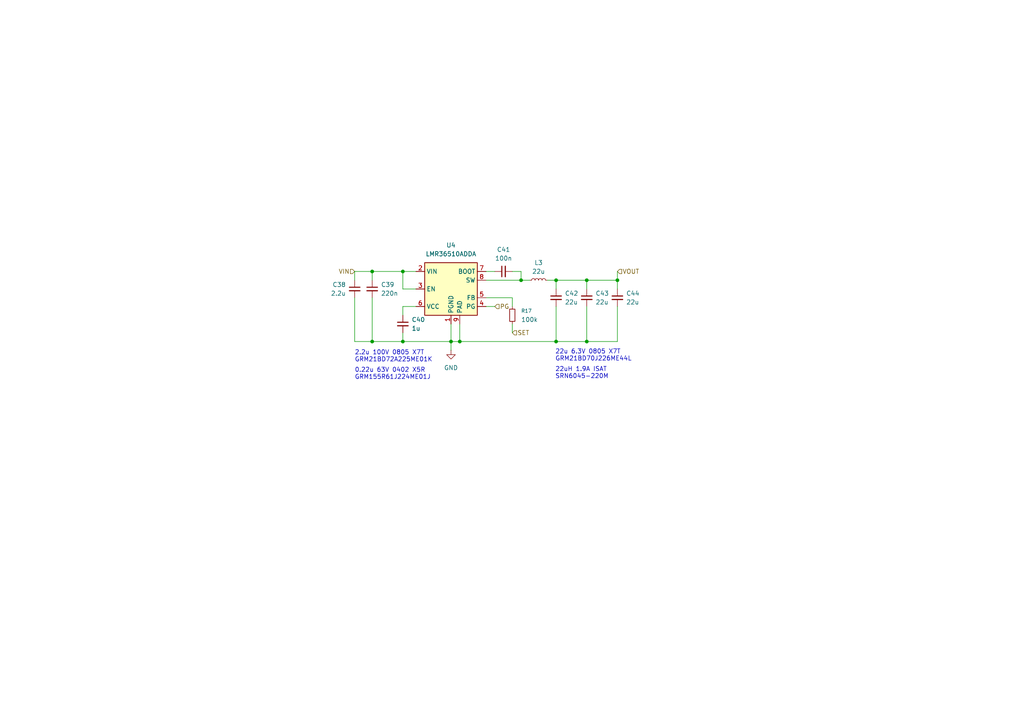
<source format=kicad_sch>
(kicad_sch (version 20250114) (generator "eeschema") (generator_version "9.0")
  (paper "A4")
  (lib_symbols
    (symbol "Device:C_Small" (pin_numbers (hide yes)) (pin_names (offset 0.254) (hide yes))
      (property "Reference" "C" (at 0.254 1.778 0))
      (property "Value" "C_Small" (at 0.254 -2.032 0))
      (symbol "C_Small_0_1"
        (polyline (pts (xy -1.524 0.508) (xy 1.524 0.508)) (stroke (width 0.3048)))
        (polyline (pts (xy -1.524 -0.508) (xy 1.524 -0.508)) (stroke (width 0.3302)))
      )
      (symbol "C_Small_1_1"
        (pin passive line (at 0 2.54 270) (length 2.032) (name "~") (number "1"))
        (pin passive line (at 0 -2.54 90) (length 2.032) (name "~") (number "2"))
      )
    )
    (symbol "Device:L_Small" (pin_numbers (hide yes)) (pin_names (offset 0.254) (hide yes))
      (property "Reference" "L" (at 0.762 1.016 0))
      (property "Value" "L_Small" (at 0.762 -1.016 0))
      (symbol "L_Small_0_1"
        (arc (start 0 2.032) (mid 0.5058 1.524) (end 0 1.016))
        (arc (start 0 1.016) (mid 0.5058 0.508) (end 0 0))
        (arc (start 0 0) (mid 0.5058 -0.508) (end 0 -1.016))
        (arc (start 0 -1.016) (mid 0.5058 -1.524) (end 0 -2.032))
      )
      (symbol "L_Small_1_1"
        (pin passive line (at 0 2.54 270) (length 0.508) (name "~") (number "1"))
        (pin passive line (at 0 -2.54 90) (length 0.508) (name "~") (number "2"))
      )
    )
    (symbol "Device:R_Small" (pin_numbers (hide yes)) (pin_names (offset 0.254) (hide yes))
      (property "Reference" "R" (at 0 0 90))
      (property "Value" "R_Small" (at 1.778 0 90))
      (symbol "R_Small_0_1"
        (rectangle (start -0.762 1.778) (end 0.762 -1.778) (stroke (width 0.2032)))
      )
      (symbol "R_Small_1_1"
        (pin passive line (at 0 2.54 270) (length 0.762) (name "~") (number "1"))
        (pin passive line (at 0 -2.54 90) (length 0.762) (name "~") (number "2"))
      )
    )
    (symbol "Regulator_Switching:LMR36510ADDA"
      (property "Reference" "U" (at 0 11.43 0))
      (property "Value" "LMR36510ADDA" (at 0 8.89 0))
      (symbol "LMR36510ADDA_0_1"
        (rectangle (start -7.62 7.62) (end 7.62 -7.62) (stroke (width 0.254)) (fill (type background)))
      )
      (symbol "LMR36510ADDA_1_1"
        (pin power_in line (at -10.16 5.08 0) (length 2.54) (name "VIN") (number "2"))
        (pin input line (at -10.16 0 0) (length 2.54) (name "EN") (number "3"))
        (pin power_out line (at -10.16 -5.08 0) (length 2.54) (name "VCC") (number "6"))
        (pin power_in line (at 0 -10.16 90) (length 2.54) (name "PGND") (number "1"))
        (pin power_in line (at 2.54 -10.16 90) (length 2.54) (name "PAD") (number "9"))
        (pin input line (at 10.16 5.08 180) (length 2.54) (name "BOOT") (number "7"))
        (pin output line (at 10.16 2.54 180) (length 2.54) (name "SW") (number "8"))
        (pin input line (at 10.16 -2.54 180) (length 2.54) (name "FB") (number "5"))
        (pin open_collector line (at 10.16 -5.08 180) (length 2.54) (name "PG") (number "4"))
      )
    )
    (symbol "power:GND" (power) (pin_numbers (hide yes)) (pin_names (offset 0) (hide yes))
      (property "Value" "GND" (at 0 -3.81 0))
      (symbol "GND_0_1"
        (polyline (pts (xy 0 0) (xy 0 -1.27) (xy 1.27 -1.27) (xy 0 -2.54) (xy -1.27 -1.27) (xy 0 -1.27)))
      )
      (symbol "GND_1_1"
        (pin power_in line (at 0 0 270) (length 0) (name "~") (number "1"))
      )
    )
  )
  (text "2.2u 100V 0805 X7T\nGRM21BD72A225ME01K" (at 102.87 101.6 0) (effects (font (size 1.27 1.27)) (justify left top)))
  (text "22u 6.3V 0805 X7T\nGRM21BD70J226ME44L" (at 161.036 101.346 0) (effects (font (size 1.27 1.27)) (justify left top)))
  (text "22uH 1.9A ISAT\nSRN6045-220M " (at 161.036 109.982 0) (effects (font (size 1.27 1.27)) (justify left bottom)))
  (text "0.22u 63V 0402 X5R\nGRM155R61J224ME01J\n" (at 102.87 106.68 0) (effects (font (size 1.27 1.27)) (justify left top)))
  (junction (at 161.29 81.28))
  (junction (at 161.29 99.06))
  (junction (at 107.95 78.74))
  (junction (at 130.81 99.06))
  (junction (at 116.84 99.06))
  (junction (at 179.07 81.28))
  (junction (at 133.35 99.06))
  (junction (at 170.18 99.06))
  (junction (at 107.95 99.06))
  (junction (at 170.18 81.28))
  (junction (at 151.13 81.28))
  (junction (at 116.84 78.74))
  (wire (pts (xy 102.87 99.06) (xy 107.95 99.06)))
  (wire (pts (xy 107.95 86.36) (xy 107.95 99.06)))
  (wire (pts (xy 179.07 88.9) (xy 179.07 99.06)))
  (wire (pts (xy 116.84 78.74) (xy 120.65 78.74)))
  (wire (pts (xy 116.84 96.52) (xy 116.84 99.06)))
  (wire (pts (xy 140.97 88.9) (xy 143.51 88.9)))
  (wire (pts (xy 161.29 99.06) (xy 133.35 99.06)))
  (wire (pts (xy 151.13 78.74) (xy 151.13 81.28)))
  (wire (pts (xy 120.65 88.9) (xy 116.84 88.9)))
  (wire (pts (xy 107.95 99.06) (xy 116.84 99.06)))
  (wire (pts (xy 179.07 81.28) (xy 170.18 81.28)))
  (wire (pts (xy 170.18 88.9) (xy 170.18 99.06)))
  (wire (pts (xy 130.81 93.98) (xy 130.81 99.06)))
  (wire (pts (xy 161.29 88.9) (xy 161.29 99.06)))
  (wire (pts (xy 102.87 86.36) (xy 102.87 99.06)))
  (wire (pts (xy 120.65 83.82) (xy 116.84 83.82)))
  (wire (pts (xy 148.59 86.36) (xy 148.59 88.9)))
  (wire (pts (xy 170.18 99.06) (xy 161.29 99.06)))
  (wire (pts (xy 179.07 83.82) (xy 179.07 81.28)))
  (wire (pts (xy 170.18 81.28) (xy 161.29 81.28)))
  (wire (pts (xy 140.97 81.28) (xy 151.13 81.28)))
  (wire (pts (xy 102.87 78.74) (xy 102.87 81.28)))
  (wire (pts (xy 107.95 78.74) (xy 107.95 81.28)))
  (wire (pts (xy 179.07 99.06) (xy 170.18 99.06)))
  (wire (pts (xy 151.13 81.28) (xy 153.67 81.28)))
  (wire (pts (xy 140.97 78.74) (xy 143.51 78.74)))
  (wire (pts (xy 107.95 78.74) (xy 102.87 78.74)))
  (wire (pts (xy 148.59 93.98) (xy 148.59 96.52)))
  (wire (pts (xy 170.18 83.82) (xy 170.18 81.28)))
  (wire (pts (xy 116.84 99.06) (xy 130.81 99.06)))
  (wire (pts (xy 158.75 81.28) (xy 161.29 81.28)))
  (wire (pts (xy 116.84 78.74) (xy 107.95 78.74)))
  (wire (pts (xy 116.84 83.82) (xy 116.84 78.74)))
  (wire (pts (xy 148.59 78.74) (xy 151.13 78.74)))
  (wire (pts (xy 179.07 78.74) (xy 179.07 81.28)))
  (wire (pts (xy 130.81 99.06) (xy 133.35 99.06)))
  (wire (pts (xy 130.81 99.06) (xy 130.81 101.6)))
  (wire (pts (xy 116.84 88.9) (xy 116.84 91.44)))
  (wire (pts (xy 133.35 93.98) (xy 133.35 99.06)))
  (wire (pts (xy 148.59 86.36) (xy 140.97 86.36)))
  (wire (pts (xy 161.29 81.28) (xy 161.29 83.82)))
  (hierarchical_label "VOUT" (shape input) (at 179.07 78.74 0))
  (hierarchical_label "VIN" (shape input) (at 102.87 78.74 180))
  (hierarchical_label "SET" (shape input) (at 148.59 96.52 0))
  (hierarchical_label "PG" (shape input) (at 143.51 88.9 0))
  (symbol (lib_id "Device:C_Small") (at 116.84 93.98 0) (mirror y) (unit 1)
    (property "Reference" "C33" (at 119.38 92.7162 0) (effects (justify right)))
    (property "Value" "1u" (at 119.38 95.2562 0) (effects (justify right)))
    (property "Footprint" "Capacitor_SMD:C_0402_1005Metric" (effects (hide yes)))
    (property "Description" "Unpolarized capacitor, small symbol" (effects (hide yes)))
    (property "DIGIKEY_PN" "490-14409-1-ND" (effects (hide yes)))
    (instances (project "huskypointofload" (path "" (reference "C40") (unit 1)) (path "" (reference "C33") (unit 1))))
  )
  (symbol (lib_id "Device:C_Small") (at 102.87 83.82 0) (mirror y) (unit 1)
    (property "Reference" "C31" (at 100.33 82.5562 0) (effects (justify left)))
    (property "Value" "2.2u" (at 100.33 85.0962 0) (effects (justify left)))
    (property "Footprint" "Capacitor_SMD:C_0805_2012Metric" (effects (hide yes)))
    (property "Description" "Unpolarized capacitor, small symbol" (effects (hide yes)))
    (property "DIGIKEY_PN" "490-GRM21BD72A225ME01KCT-ND" (effects (hide yes)))
    (instances (project "huskypointofload" (path "" (reference "C38") (unit 1)) (path "" (reference "C31") (unit 1))))
  )
  (symbol (lib_id "Device:C_Small") (at 170.18 86.36 0) (unit 1)
    (property "Reference" "C36" (at 172.72 85.0962 0) (effects (justify left)))
    (property "Value" "22u" (at 172.72 87.6362 0) (effects (justify left)))
    (property "Footprint" "Capacitor_SMD:C_0603_1608Metric" (effects (hide yes)))
    (property "Description" "Unpolarized capacitor, small symbol" (effects (hide yes)))
    (property "DIGIKEY_PN" "490-14659-1-ND" (effects (hide yes)))
    (instances (project "huskypointofload" (path "" (reference "C43") (unit 1)) (path "" (reference "C36") (unit 1))))
  )
  (symbol (lib_id "Device:C_Small") (at 179.07 86.36 0) (unit 1)
    (property "Reference" "C37" (at 181.61 85.0962 0) (effects (justify left)))
    (property "Value" "22u" (at 181.61 87.6362 0) (effects (justify left)))
    (property "Footprint" "Capacitor_SMD:C_0603_1608Metric" (effects (hide yes)))
    (property "Description" "Unpolarized capacitor, small symbol" (effects (hide yes)))
    (property "DIGIKEY_PN" "490-14659-1-ND" (effects (hide yes)))
    (instances (project "huskypointofload" (path "" (reference "C44") (unit 1)) (path "" (reference "C37") (unit 1))))
  )
  (symbol (lib_id "Regulator_Switching:LMR36510ADDA") (at 130.81 83.82 0) (unit 1)
    (property "Reference" "U3" (at 130.81 71.12 0))
    (property "Value" "LMR36510ADDA" (at 130.81 73.66 0))
    (property "Footprint" "Package_SO:Texas_HTSOP-8-1EP_3.9x4.9mm_P1.27mm_EP2.95x4.9mm_Mask2.4x3.1mm_ThermalVias" (effects (hide yes)))
    (property "Datasheet" "http://www.ti.com/lit/ds/symlink/lmr36510.pdf" (effects (hide yes)))
    (property "Description" "Simple Switcher Synchronous Buck Regulator, Vin=4.2-65V, Iout=1A, F=400kHz, Adjustable output voltage, HSOP-8" (effects (hide yes)))
    (property "DIGIKEY_PN" "296-LMR36510ADDARCT-ND" (effects (hide yes)))
    (instances (project "huskypointofload" (path "" (reference "U4") (unit 1)) (path "" (reference "U3") (unit 1))))
  )
  (symbol (lib_id "Device:R_Small") (at 148.59 91.44 0) (unit 1)
    (property "Reference" "R16" (at 151.13 90.1699 0) (effects (font (size 1.016 1.016)) (justify left)))
    (property "Value" "100k" (at 151.13 92.7099 0) (effects (justify left)))
    (property "Footprint" "Resistor_SMD:R_0402_1005Metric" (effects (hide yes)))
    (property "Description" "Resistor, small symbol" (effects (hide yes)))
    (property "DIGIKEY_PN" "YAG2304CT-ND" (effects (hide yes)))
    (instances (project "huskypointofload" (path "" (reference "R17") (unit 1)) (path "" (reference "R16") (unit 1))))
  )
  (symbol (lib_id "Device:C_Small") (at 146.05 78.74 90) (unit 1)
    (property "Reference" "C34" (at 146.0563 72.39 90))
    (property "Value" "100n" (at 146.0563 74.93 90))
    (property "Footprint" "Capacitor_SMD:C_0402_1005Metric" (effects (hide yes)))
    (property "Description" "Unpolarized capacitor, small symbol" (effects (hide yes)))
    (property "DIGIKEY_PN" "490-14603-1-ND" (effects (hide yes)))
    (instances (project "huskypointofload" (path "" (reference "C41") (unit 1)) (path "" (reference "C34") (unit 1))))
  )
  (symbol (lib_id "Device:C_Small") (at 161.29 86.36 0) (unit 1)
    (property "Reference" "C35" (at 163.83 85.0962 0) (effects (justify left)))
    (property "Value" "22u" (at 163.83 87.6362 0) (effects (justify left)))
    (property "Footprint" "Capacitor_SMD:C_0603_1608Metric" (effects (hide yes)))
    (property "Description" "Unpolarized capacitor, small symbol" (effects (hide yes)))
    (property "DIGIKEY_PN" "490-14659-1-ND" (effects (hide yes)))
    (instances (project "huskypointofload" (path "" (reference "C42") (unit 1)) (path "" (reference "C35") (unit 1))))
  )
  (symbol (lib_id "power:GND") (at 130.81 101.6 0) (unit 1)
    (property "Reference" "#PWR037" (effects (hide yes)))
    (property "Value" "GND" (at 130.81 106.68 0))
    (property "Description" "Power symbol creates a global label with name \"GND\" , ground" (effects (hide yes)))
    (instances (project "huskypointofload" (path "" (reference "#PWR038") (unit 1)) (path "" (reference "#PWR037") (unit 1))))
  )
  (symbol (lib_id "Device:L_Small") (at 156.21 81.28 90) (unit 1)
    (property "Reference" "L2" (at 156.21 76.2 90))
    (property "Value" "22u" (at 156.21 78.74 90))
    (property "Footprint" "Inductor_SMD:L_Bourns_SRN6045TA" (effects (hide yes)))
    (property "Description" "Inductor, small symbol" (effects (hide yes)))
    (property "DIGIKEY_PN" "SRN6045-220MCT-ND" (effects (hide yes)))
    (instances (project "huskypointofload" (path "" (reference "L3") (unit 1)) (path "" (reference "L2") (unit 1))))
  )
  (symbol (lib_id "Device:C_Small") (at 107.95 83.82 0) (unit 1)
    (property "Reference" "C32" (at 110.49 82.5562 0) (effects (justify left)))
    (property "Value" "220n" (at 110.49 85.0962 0) (effects (justify left)))
    (property "Footprint" "Capacitor_SMD:C_0402_1005Metric" (effects (hide yes)))
    (property "Description" "Unpolarized capacitor, small symbol" (effects (hide yes)))
    (property "DIGIKEY_PN" "490-GRM155R61J224ME01JCT-ND" (effects (hide yes)))
    (instances (project "huskypointofload" (path "" (reference "C39") (unit 1)) (path "" (reference "C32") (unit 1))))
  )
)
</source>
